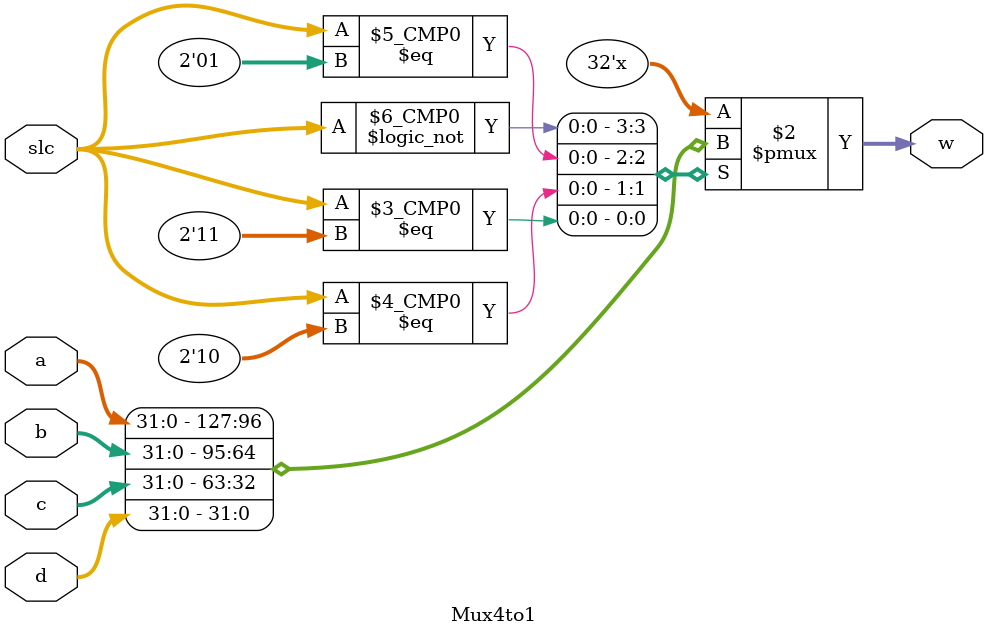
<source format=v>
module Mux4to1(slc, a, b, c, d, w);
    parameter N = 32;

    input [1:0] slc;
    input [N-1:0] a, b, c, d;
    
    output reg [N-1:0] w;

    always @(a or b or c or d or slc) begin
        case (slc)
            2'b00  : w <= a;
            2'b01  : w <= b;
            2'b10  : w <= c;
            2'b11  : w <= d;
            default: w <= {N{1'bz}};
        endcase
    end

endmodule
</source>
